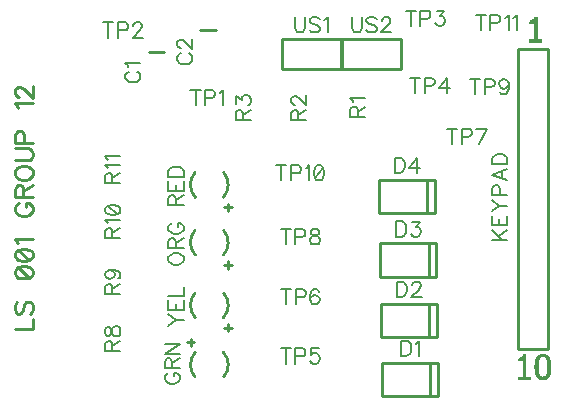
<source format=gbr>
G04 DipTrace 3.3.0.1*
G04 TopSilk.gbr*
%MOMM*%
G04 #@! TF.FileFunction,Legend,Top*
G04 #@! TF.Part,Single*
%ADD10C,0.25*%
%ADD12C,0.0762*%
%ADD53C,0.19608*%
%ADD54C,0.23529*%
%FSLAX35Y35*%
G04*
G71*
G90*
G75*
G01*
G04 TopSilk*
%LPD*%
X2265050Y4025067D2*
D10*
X2394950D1*
X2705050Y4205067D2*
X2834950D1*
X4241724Y1110000D2*
Y1390000D1*
X4246866D2*
X4717134D1*
X4650277Y1110000D2*
Y1390000D1*
X4717134Y1110000D2*
Y1390000D1*
X4246866Y1110000D2*
X4717134D1*
X4231724Y1610000D2*
Y1890000D1*
X4236866D2*
X4707134D1*
X4640277Y1610000D2*
Y1890000D1*
X4707134Y1610000D2*
Y1890000D1*
X4236866Y1610000D2*
X4707134D1*
X4227724Y2120000D2*
Y2400000D1*
X4232866D2*
X4703134D1*
X4636277Y2120000D2*
Y2400000D1*
X4703134Y2120000D2*
Y2400000D1*
X4232866Y2120000D2*
X4703134D1*
X4217724Y2660000D2*
Y2940000D1*
X4222866D2*
X4693134D1*
X4626277Y2660000D2*
Y2940000D1*
X4693134Y2660000D2*
Y2940000D1*
X4222866Y2660000D2*
X4693134D1*
X2658093Y1269977D2*
G02X2660967Y1478833I119642J102802D01*
G01*
X2901936Y1269977D2*
G03X2899026Y1478833I-119731J102781D01*
G01*
X2589500Y1563513D2*
X2653011D1*
X2621255Y1531737D2*
Y1595247D1*
X5392888Y4050212D2*
X5647093D1*
Y1510111D1*
X5392888D1*
Y4050212D1*
X2901907Y2510023D2*
G02X2899033Y2301167I-119642J-102802D01*
G01*
X2658064Y2510023D2*
G03X2660974Y2301167I119731J-102781D01*
G01*
X2970500Y2216487D2*
X2906989D1*
X2938745Y2248263D2*
Y2184753D1*
X2901907Y3000023D2*
G02X2899033Y2791167I-119642J-102802D01*
G01*
X2658064Y3000023D2*
G03X2660974Y2791167I119731J-102781D01*
G01*
X2970500Y2706487D2*
X2906989D1*
X2938745Y2738263D2*
Y2674753D1*
X3399093Y3876110D2*
X3891167D1*
Y4129850D1*
X3399093D1*
Y3876110D1*
X3907093D2*
X4399167D1*
Y4129850D1*
X3907093D1*
Y3876110D1*
X2901907Y1980023D2*
G02X2899033Y1771167I-119642J-102802D01*
G01*
X2658064Y1980023D2*
G03X2660974Y1771167I119731J-102781D01*
G01*
X2970500Y1686487D2*
X2906989D1*
X2938745Y1718263D2*
Y1654753D1*
X5532397Y4319208D2*
D12*
X5551447D1*
X5532237Y4315398D2*
X5551447D1*
X5531600Y4311588D2*
X5551447D1*
X5530410Y4307778D2*
X5551447D1*
X5527268Y4303968D2*
X5551447D1*
X5522515Y4300158D2*
X5551447D1*
X5515337Y4296348D2*
X5551447D1*
X5506660Y4292538D2*
X5551447D1*
X5499199Y4288728D2*
X5551447D1*
X5493683Y4284918D2*
X5551447D1*
X5491989Y4281108D2*
X5551447D1*
X5491105Y4277298D2*
X5551447D1*
X5490709Y4273488D2*
X5551447D1*
X5528587Y4269678D2*
X5551447D1*
X5528587Y4265868D2*
X5551447D1*
X5528587Y4262058D2*
X5551447D1*
X5528587Y4258248D2*
X5551447D1*
X5528587Y4254438D2*
X5551447D1*
X5528587Y4250628D2*
X5551447D1*
X5528587Y4246818D2*
X5551447D1*
X5528587Y4243008D2*
X5551447D1*
X5528587Y4239198D2*
X5551447D1*
X5528587Y4235388D2*
X5551447D1*
X5528587Y4231578D2*
X5551447D1*
X5528587Y4227768D2*
X5551447D1*
X5528587Y4223958D2*
X5551447D1*
X5528587Y4220148D2*
X5551447D1*
X5528587Y4216338D2*
X5551447D1*
X5528587Y4212528D2*
X5551447D1*
X5528587Y4208718D2*
X5551447D1*
X5528587Y4204908D2*
X5551447D1*
X5528587Y4201098D2*
X5551447D1*
X5528587Y4197288D2*
X5551447D1*
X5528587Y4193478D2*
X5551447D1*
X5528587Y4189668D2*
X5551447D1*
X5528587Y4185858D2*
X5551447D1*
X5528587Y4182048D2*
X5551447D1*
X5528587Y4178238D2*
X5551447D1*
X5528587Y4174428D2*
X5551447D1*
X5528587Y4170618D2*
X5551447D1*
X5528587Y4166808D2*
X5551447D1*
X5528587Y4162998D2*
X5551447D1*
X5528587Y4159188D2*
X5551447D1*
X5528587Y4155378D2*
X5551447D1*
X5528587Y4151568D2*
X5551447D1*
X5528587Y4147758D2*
X5551447D1*
X5528587Y4143948D2*
X5551447D1*
X5528587Y4140138D2*
X5551447D1*
X5528587Y4136328D2*
X5551447D1*
X5528587Y4132518D2*
X5551447D1*
X5490487Y4128708D2*
X5589547D1*
X5490487Y4124898D2*
X5589547D1*
X5490487Y4121088D2*
X5589547D1*
X5490487Y4117278D2*
X5589547D1*
X5490487Y4113468D2*
X5589547D1*
X5490487Y4109658D2*
X5589547D1*
X5585927Y1466048D2*
X5616407D1*
X5437337Y1462238D2*
X5456387D1*
X5577297D2*
X5625037D1*
X5437177Y1458428D2*
X5456387D1*
X5570164D2*
X5632169D1*
X5436540Y1454618D2*
X5456387D1*
X5564525D2*
X5637794D1*
X5435350Y1450808D2*
X5456387D1*
X5559865D2*
X5642334D1*
X5432208Y1446998D2*
X5456387D1*
X5555822D2*
X5646011D1*
X5427455Y1443188D2*
X5456387D1*
X5552368D2*
X5586690D1*
X5612292D2*
X5648919D1*
X5420277Y1439378D2*
X5456387D1*
X5549566D2*
X5580786D1*
X5618771D2*
X5651305D1*
X5411600Y1435568D2*
X5456387D1*
X5547333D2*
X5576201D1*
X5623796D2*
X5653408D1*
X5404139Y1431758D2*
X5456387D1*
X5545594D2*
X5572833D1*
X5627415D2*
X5655275D1*
X5398623Y1427948D2*
X5456387D1*
X5544174D2*
X5570352D1*
X5630121D2*
X5656848D1*
X5396929Y1424138D2*
X5456387D1*
X5542800D2*
X5568513D1*
X5632250D2*
X5658200D1*
X5396045Y1420328D2*
X5456387D1*
X5541607D2*
X5567054D1*
X5633927D2*
X5659548D1*
X5395649Y1416518D2*
X5456387D1*
X5540727D2*
X5565667D1*
X5635319D2*
X5660717D1*
X5433527Y1412708D2*
X5456387D1*
X5539857D2*
X5564484D1*
X5636680D2*
X5661474D1*
X5433527Y1408898D2*
X5456387D1*
X5538772D2*
X5563737D1*
X5637854D2*
X5661991D1*
X5433527Y1405088D2*
X5456387D1*
X5537725D2*
X5563337D1*
X5638598D2*
X5662649D1*
X5433527Y1401278D2*
X5456387D1*
X5537033D2*
X5563030D1*
X5638982D2*
X5663632D1*
X5433527Y1397468D2*
X5456387D1*
X5536670D2*
X5562474D1*
X5639154D2*
X5664636D1*
X5433527Y1393658D2*
X5456387D1*
X5536505D2*
X5561535D1*
X5639225D2*
X5665310D1*
X5433527Y1389848D2*
X5456387D1*
X5536422D2*
X5560548D1*
X5639252D2*
X5665667D1*
X5433527Y1386038D2*
X5456387D1*
X5536262D2*
X5559880D1*
X5639262D2*
X5665829D1*
X5433527Y1382228D2*
X5456387D1*
X5535767D2*
X5559526D1*
X5639280D2*
X5665896D1*
X5433527Y1378418D2*
X5456387D1*
X5534851D2*
X5559364D1*
X5639415D2*
X5665922D1*
X5433527Y1374608D2*
X5456387D1*
X5533873D2*
X5559297D1*
X5639901D2*
X5665932D1*
X5433527Y1370798D2*
X5456387D1*
X5533209D2*
X5559271D1*
X5640813D2*
X5665935D1*
X5433527Y1366988D2*
X5456387D1*
X5532855D2*
X5559262D1*
X5641790D2*
X5665936D1*
X5433527Y1363178D2*
X5456387D1*
X5532694D2*
X5559258D1*
X5642455D2*
X5665936D1*
X5433527Y1359368D2*
X5456387D1*
X5532627D2*
X5559257D1*
X5642793D2*
X5665937D1*
X5433527Y1355558D2*
X5456387D1*
X5532601D2*
X5559257D1*
X5642821D2*
X5665937D1*
X5433527Y1351748D2*
X5456387D1*
X5532606D2*
X5559257D1*
X5642402D2*
X5665937D1*
X5433527Y1347938D2*
X5456387D1*
X5532737D2*
X5559257D1*
X5641515D2*
X5665937D1*
X5433527Y1344128D2*
X5456387D1*
X5533222D2*
X5559257D1*
X5640548D2*
X5665937D1*
X5433527Y1340318D2*
X5456387D1*
X5534134D2*
X5559257D1*
X5639887D2*
X5665937D1*
X5433527Y1336508D2*
X5456387D1*
X5535110D2*
X5559257D1*
X5639535D2*
X5665937D1*
X5433527Y1332698D2*
X5456387D1*
X5535775D2*
X5559272D1*
X5639373D2*
X5665937D1*
X5433527Y1328888D2*
X5456387D1*
X5536128D2*
X5559405D1*
X5639307D2*
X5665922D1*
X5433527Y1325078D2*
X5456387D1*
X5536290D2*
X5559891D1*
X5639281D2*
X5665788D1*
X5433527Y1321268D2*
X5456387D1*
X5536372D2*
X5560804D1*
X5639272D2*
X5665302D1*
X5433527Y1317458D2*
X5456387D1*
X5536531D2*
X5561780D1*
X5639253D2*
X5664390D1*
X5433527Y1313648D2*
X5456387D1*
X5537026D2*
X5562460D1*
X5639118D2*
X5663413D1*
X5433527Y1309838D2*
X5456387D1*
X5537942D2*
X5562947D1*
X5638632D2*
X5662734D1*
X5433527Y1306028D2*
X5456387D1*
X5538935D2*
X5563594D1*
X5637705D2*
X5662246D1*
X5433527Y1302218D2*
X5456387D1*
X5539734D2*
X5564588D1*
X5636594D2*
X5661599D1*
X5433527Y1298408D2*
X5456387D1*
X5540573D2*
X5565725D1*
X5635429D2*
X5660605D1*
X5433527Y1294598D2*
X5456387D1*
X5541662D2*
X5566899D1*
X5634029D2*
X5659468D1*
X5433527Y1290788D2*
X5456387D1*
X5542839D2*
X5568317D1*
X5632376D2*
X5658294D1*
X5433527Y1286978D2*
X5456387D1*
X5544030D2*
X5570106D1*
X5630434D2*
X5656891D1*
X5433527Y1283168D2*
X5456387D1*
X5545454D2*
X5572623D1*
X5627720D2*
X5655251D1*
X5433527Y1279358D2*
X5456387D1*
X5547230D2*
X5575973D1*
X5624081D2*
X5653458D1*
X5433527Y1275548D2*
X5456387D1*
X5549509D2*
X5585190D1*
X5614214D2*
X5651468D1*
X5395427Y1271738D2*
X5494487D1*
X5552412D2*
X5599244D1*
X5599668D2*
X5649085D1*
X5395427Y1267928D2*
X5494487D1*
X5555787D2*
X5646123D1*
X5395427Y1264118D2*
X5494487D1*
X5559562D2*
X5642583D1*
X5395427Y1260308D2*
X5494487D1*
X5564071D2*
X5638186D1*
X5395427Y1256498D2*
X5494487D1*
X5569973D2*
X5632332D1*
X5395427Y1252688D2*
X5494487D1*
X5577510D2*
X5624813D1*
X5585927Y1248878D2*
X5616407D1*
X5532397Y4319208D2*
X5532237Y4315398D1*
X5531600Y4311588D1*
X5530410Y4307778D1*
X5527268Y4303968D1*
X5522515Y4300158D1*
X5515337Y4296348D1*
X5506660Y4292538D1*
X5499199Y4288728D1*
X5493683Y4284918D1*
X5491989Y4281108D1*
X5491105Y4277298D1*
X5490709Y4273488D1*
X5490487Y4269678D1*
X5528587D1*
Y4265868D1*
Y4262058D1*
Y4258248D1*
Y4254438D1*
Y4250628D1*
Y4246818D1*
Y4243008D1*
Y4239198D1*
Y4235388D1*
Y4231578D1*
Y4227768D1*
Y4223958D1*
Y4220148D1*
Y4216338D1*
Y4212528D1*
Y4208718D1*
Y4204908D1*
Y4201098D1*
Y4197288D1*
Y4193478D1*
Y4189668D1*
Y4185858D1*
Y4182048D1*
Y4178238D1*
Y4174428D1*
Y4170618D1*
Y4166808D1*
Y4162998D1*
Y4159188D1*
Y4155378D1*
Y4151568D1*
Y4147758D1*
Y4143948D1*
Y4140138D1*
Y4136328D1*
Y4132518D1*
Y4128708D1*
X5490487D1*
Y4124898D1*
Y4121088D1*
Y4117278D1*
Y4113468D1*
Y4109658D1*
X5551447Y4319208D2*
Y4315398D1*
Y4311588D1*
Y4307778D1*
Y4303968D1*
Y4300158D1*
Y4296348D1*
Y4292538D1*
Y4288728D1*
Y4284918D1*
Y4281108D1*
Y4277298D1*
Y4273488D1*
Y4269678D1*
Y4265868D1*
Y4262058D1*
Y4258248D1*
Y4254438D1*
Y4250628D1*
Y4246818D1*
Y4243008D1*
Y4239198D1*
Y4235388D1*
Y4231578D1*
Y4227768D1*
Y4223958D1*
Y4220148D1*
Y4216338D1*
Y4212528D1*
Y4208718D1*
Y4204908D1*
Y4201098D1*
Y4197288D1*
Y4193478D1*
Y4189668D1*
Y4185858D1*
Y4182048D1*
Y4178238D1*
Y4174428D1*
Y4170618D1*
Y4166808D1*
Y4162998D1*
Y4159188D1*
Y4155378D1*
Y4151568D1*
Y4147758D1*
Y4143948D1*
Y4140138D1*
Y4136328D1*
Y4132518D1*
Y4128708D1*
X5589547D1*
Y4124898D1*
Y4121088D1*
Y4117278D1*
Y4113468D1*
Y4109658D1*
X5585927Y1466048D2*
X5577297Y1462238D1*
X5570164Y1458428D1*
X5564525Y1454618D1*
X5559865Y1450808D1*
X5555822Y1446998D1*
X5552368Y1443188D1*
X5549566Y1439378D1*
X5547333Y1435568D1*
X5545594Y1431758D1*
X5544174Y1427948D1*
X5542800Y1424138D1*
X5541607Y1420328D1*
X5540727Y1416518D1*
X5539857Y1412708D1*
X5538772Y1408898D1*
X5537725Y1405088D1*
X5537033Y1401278D1*
X5536670Y1397468D1*
X5536505Y1393658D1*
X5536422Y1389848D1*
X5536262Y1386038D1*
X5535767Y1382228D1*
X5534851Y1378418D1*
X5533873Y1374608D1*
X5533209Y1370798D1*
X5532855Y1366988D1*
X5532694Y1363178D1*
X5532627Y1359368D1*
X5532601Y1355558D1*
X5532606Y1351748D1*
X5532737Y1347938D1*
X5533222Y1344128D1*
X5534134Y1340318D1*
X5535110Y1336508D1*
X5535775Y1332698D1*
X5536128Y1328888D1*
X5536290Y1325078D1*
X5536372Y1321268D1*
X5536531Y1317458D1*
X5537026Y1313648D1*
X5537942Y1309838D1*
X5538935Y1306028D1*
X5539734Y1302218D1*
X5540573Y1298408D1*
X5541662Y1294598D1*
X5542839Y1290788D1*
X5544030Y1286978D1*
X5545454Y1283168D1*
X5547230Y1279358D1*
X5549509Y1275548D1*
X5552412Y1271738D1*
X5555787Y1267928D1*
X5559562Y1264118D1*
X5564071Y1260308D1*
X5569973Y1256498D1*
X5577510Y1252688D1*
X5585927Y1248878D1*
X5616407Y1466048D2*
X5625037Y1462238D1*
X5632169Y1458428D1*
X5637794Y1454618D1*
X5642334Y1450808D1*
X5646011Y1446998D1*
X5648919Y1443188D1*
X5651305Y1439378D1*
X5653408Y1435568D1*
X5655275Y1431758D1*
X5656848Y1427948D1*
X5658200Y1424138D1*
X5659548Y1420328D1*
X5660717Y1416518D1*
X5661474Y1412708D1*
X5661991Y1408898D1*
X5662649Y1405088D1*
X5663632Y1401278D1*
X5664636Y1397468D1*
X5665310Y1393658D1*
X5665667Y1389848D1*
X5665829Y1386038D1*
X5665896Y1382228D1*
X5665922Y1378418D1*
X5665932Y1374608D1*
X5665935Y1370798D1*
X5665936Y1366988D1*
Y1363178D1*
X5665937Y1359368D1*
Y1355558D1*
Y1351748D1*
Y1347938D1*
Y1344128D1*
Y1340318D1*
Y1336508D1*
Y1332698D1*
X5665922Y1328888D1*
X5665788Y1325078D1*
X5665302Y1321268D1*
X5664390Y1317458D1*
X5663413Y1313648D1*
X5662734Y1309838D1*
X5662246Y1306028D1*
X5661599Y1302218D1*
X5660605Y1298408D1*
X5659468Y1294598D1*
X5658294Y1290788D1*
X5656891Y1286978D1*
X5655251Y1283168D1*
X5653458Y1279358D1*
X5651468Y1275548D1*
X5649085Y1271738D1*
X5646123Y1267928D1*
X5642583Y1264118D1*
X5638186Y1260308D1*
X5632332Y1256498D1*
X5624813Y1252688D1*
X5616407Y1248878D1*
X5437337Y1462238D2*
X5437177Y1458428D1*
X5436540Y1454618D1*
X5435350Y1450808D1*
X5432208Y1446998D1*
X5427455Y1443188D1*
X5420277Y1439378D1*
X5411600Y1435568D1*
X5404139Y1431758D1*
X5398623Y1427948D1*
X5396929Y1424138D1*
X5396045Y1420328D1*
X5395649Y1416518D1*
X5395427Y1412708D1*
X5433527D1*
Y1408898D1*
Y1405088D1*
Y1401278D1*
Y1397468D1*
Y1393658D1*
Y1389848D1*
Y1386038D1*
Y1382228D1*
Y1378418D1*
Y1374608D1*
Y1370798D1*
Y1366988D1*
Y1363178D1*
Y1359368D1*
Y1355558D1*
Y1351748D1*
Y1347938D1*
Y1344128D1*
Y1340318D1*
Y1336508D1*
Y1332698D1*
Y1328888D1*
Y1325078D1*
Y1321268D1*
Y1317458D1*
Y1313648D1*
Y1309838D1*
Y1306028D1*
Y1302218D1*
Y1298408D1*
Y1294598D1*
Y1290788D1*
Y1286978D1*
Y1283168D1*
Y1279358D1*
Y1275548D1*
Y1271738D1*
X5395427D1*
Y1267928D1*
Y1264118D1*
Y1260308D1*
Y1256498D1*
Y1252688D1*
X5456387Y1462238D2*
Y1458428D1*
Y1454618D1*
Y1450808D1*
Y1446998D1*
Y1443188D1*
Y1439378D1*
Y1435568D1*
Y1431758D1*
Y1427948D1*
Y1424138D1*
Y1420328D1*
Y1416518D1*
Y1412708D1*
Y1408898D1*
Y1405088D1*
Y1401278D1*
Y1397468D1*
Y1393658D1*
Y1389848D1*
Y1386038D1*
Y1382228D1*
Y1378418D1*
Y1374608D1*
Y1370798D1*
Y1366988D1*
Y1363178D1*
Y1359368D1*
Y1355558D1*
Y1351748D1*
Y1347938D1*
Y1344128D1*
Y1340318D1*
Y1336508D1*
Y1332698D1*
Y1328888D1*
Y1325078D1*
Y1321268D1*
Y1317458D1*
Y1313648D1*
Y1309838D1*
Y1306028D1*
Y1302218D1*
Y1298408D1*
Y1294598D1*
Y1290788D1*
Y1286978D1*
Y1283168D1*
Y1279358D1*
Y1275548D1*
Y1271738D1*
X5494487D1*
Y1267928D1*
Y1264118D1*
Y1260308D1*
Y1256498D1*
Y1252688D1*
X5593547Y1446998D2*
X5586690Y1443188D1*
X5580786Y1439378D1*
X5576201Y1435568D1*
X5572833Y1431758D1*
X5570352Y1427948D1*
X5568513Y1424138D1*
X5567054Y1420328D1*
X5565667Y1416518D1*
X5564484Y1412708D1*
X5563737Y1408898D1*
X5563337Y1405088D1*
X5563030Y1401278D1*
X5562474Y1397468D1*
X5561535Y1393658D1*
X5560548Y1389848D1*
X5559880Y1386038D1*
X5559526Y1382228D1*
X5559364Y1378418D1*
X5559297Y1374608D1*
X5559271Y1370798D1*
X5559262Y1366988D1*
X5559258Y1363178D1*
X5559257Y1359368D1*
Y1355558D1*
Y1351748D1*
Y1347938D1*
Y1344128D1*
Y1340318D1*
Y1336508D1*
X5559272Y1332698D1*
X5559405Y1328888D1*
X5559891Y1325078D1*
X5560804Y1321268D1*
X5561780Y1317458D1*
X5562460Y1313648D1*
X5562947Y1309838D1*
X5563594Y1306028D1*
X5564588Y1302218D1*
X5565725Y1298408D1*
X5566899Y1294598D1*
X5568317Y1290788D1*
X5570106Y1286978D1*
X5572623Y1283168D1*
X5575973Y1279358D1*
X5585190Y1275548D1*
X5599244Y1271738D1*
X5616407Y1267928D1*
X5604977Y1446998D2*
X5612292Y1443188D1*
X5618771Y1439378D1*
X5623796Y1435568D1*
X5627415Y1431758D1*
X5630121Y1427948D1*
X5632250Y1424138D1*
X5633927Y1420328D1*
X5635319Y1416518D1*
X5636680Y1412708D1*
X5637854Y1408898D1*
X5638598Y1405088D1*
X5638982Y1401278D1*
X5639154Y1397468D1*
X5639225Y1393658D1*
X5639252Y1389848D1*
X5639262Y1386038D1*
X5639280Y1382228D1*
X5639415Y1378418D1*
X5639901Y1374608D1*
X5640813Y1370798D1*
X5641790Y1366988D1*
X5642455Y1363178D1*
X5642793Y1359368D1*
X5642821Y1355558D1*
X5642402Y1351748D1*
X5641515Y1347938D1*
X5640548Y1344128D1*
X5639887Y1340318D1*
X5639535Y1336508D1*
X5639373Y1332698D1*
X5639307Y1328888D1*
X5639281Y1325078D1*
X5639272Y1321268D1*
X5639253Y1317458D1*
X5639118Y1313648D1*
X5638632Y1309838D1*
X5637705Y1306028D1*
X5636594Y1302218D1*
X5635429Y1298408D1*
X5634029Y1294598D1*
X5632376Y1290788D1*
X5630434Y1286978D1*
X5627720Y1283168D1*
X5624081Y1279358D1*
X5614214Y1275548D1*
X5599668Y1271738D1*
X5582117Y1267928D1*
X2099337Y3855749D2*
D53*
X2087264Y3849712D1*
X2075050Y3837499D1*
X2069013Y3825426D1*
Y3801139D1*
X2075050Y3788926D1*
X2087263Y3776853D1*
X2099336Y3770676D1*
X2117586Y3764639D1*
X2148050D1*
X2166160Y3770676D1*
X2178373Y3776853D1*
X2190446Y3788926D1*
X2196623Y3801139D1*
Y3825426D1*
X2190446Y3837499D1*
X2178373Y3849712D1*
X2166160Y3855749D1*
X2093440Y3894964D2*
X2087264Y3907178D1*
X2069154Y3925428D1*
X2196623D1*
X2539337Y4008444D2*
X2527264Y4002407D1*
X2515050Y3990194D1*
X2509013Y3978121D1*
Y3953834D1*
X2515050Y3941621D1*
X2527263Y3929548D1*
X2539336Y3923371D1*
X2557586Y3917334D1*
X2588050D1*
X2606160Y3923371D1*
X2618373Y3929548D1*
X2630446Y3941621D1*
X2636623Y3953834D1*
Y3978121D1*
X2630446Y3990194D1*
X2618373Y4002407D1*
X2606160Y4008444D1*
X2539477Y4053837D2*
X2533440D1*
X2521227Y4059873D1*
X2515190Y4065910D1*
X2509154Y4078123D1*
Y4102410D1*
X2515190Y4114483D1*
X2521227Y4120519D1*
X2533440Y4126696D1*
X2545514D1*
X2557727Y4120519D1*
X2575837Y4108446D1*
X2636623Y4047659D1*
Y4132733D1*
X4404624Y1575987D2*
Y1448377D1*
X4447160D1*
X4465410Y1454554D1*
X4477624Y1466627D1*
X4483660Y1478840D1*
X4489697Y1496950D1*
Y1527414D1*
X4483660Y1545664D1*
X4477624Y1557737D1*
X4465410Y1569950D1*
X4447160Y1575987D1*
X4404624D1*
X4528913Y1551560D2*
X4541126Y1557737D1*
X4559376Y1575846D1*
Y1448377D1*
X4367319Y2075987D2*
Y1948377D1*
X4409856D1*
X4428106Y1954554D1*
X4440319Y1966627D1*
X4446356Y1978840D1*
X4452392Y1996950D1*
Y2027414D1*
X4446356Y2045664D1*
X4440319Y2057737D1*
X4428106Y2069950D1*
X4409856Y2075987D1*
X4367319D1*
X4497785Y2045523D2*
Y2051560D1*
X4503821Y2063773D1*
X4509858Y2069810D1*
X4522071Y2075846D1*
X4546358D1*
X4558431Y2069810D1*
X4564467Y2063773D1*
X4570644Y2051560D1*
Y2039487D1*
X4564467Y2027273D1*
X4552394Y2009164D1*
X4491608Y1948377D1*
X4576681D1*
X4363319Y2585987D2*
Y2458377D1*
X4405856D1*
X4424106Y2464554D1*
X4436319Y2476627D1*
X4442356Y2488840D1*
X4448392Y2506950D1*
Y2537414D1*
X4442356Y2555664D1*
X4436319Y2567737D1*
X4424106Y2579950D1*
X4405856Y2585987D1*
X4363319D1*
X4499821Y2585846D2*
X4566504D1*
X4530144Y2537273D1*
X4548394D1*
X4560467Y2531237D1*
X4566504Y2525200D1*
X4572681Y2506950D1*
Y2494877D1*
X4566504Y2476627D1*
X4554431Y2464414D1*
X4536181Y2458377D1*
X4517931D1*
X4499821Y2464414D1*
X4493785Y2470590D1*
X4487608Y2482664D1*
X4350301Y3125987D2*
Y2998377D1*
X4392837D1*
X4411087Y3004554D1*
X4423301Y3016627D1*
X4429337Y3028840D1*
X4435374Y3046950D1*
Y3077414D1*
X4429337Y3095664D1*
X4423301Y3107737D1*
X4411087Y3119950D1*
X4392837Y3125987D1*
X4350301D1*
X4535376Y2998377D2*
Y3125846D1*
X4474590Y3040914D1*
X4565699D1*
X2433837Y1304390D2*
X2421763Y1298353D1*
X2409550Y1286140D1*
X2403513Y1274067D1*
Y1249780D1*
X2409550Y1237567D1*
X2421763Y1225494D1*
X2433836Y1219317D1*
X2452086Y1213280D1*
X2482550D1*
X2500659Y1219317D1*
X2512873Y1225494D1*
X2524946Y1237567D1*
X2531123Y1249780D1*
Y1274066D1*
X2524946Y1286139D1*
X2512873Y1298353D1*
X2500660Y1304390D1*
X2482550D1*
Y1274067D1*
X2464300Y1343605D2*
Y1398215D1*
X2458123Y1416465D1*
X2452087Y1422642D1*
X2440013Y1428678D1*
X2427800D1*
X2415727Y1422642D1*
X2409550Y1416465D1*
X2403513Y1398215D1*
Y1343605D1*
X2531123D1*
X2464300Y1386142D2*
X2531123Y1428678D1*
X2403513Y1552967D2*
X2531123D1*
X2403513Y1467894D1*
X2531123D1*
X5175150Y2430060D2*
X5302760D1*
X5175150Y2515133D2*
X5260223Y2430060D1*
X5229760Y2460383D2*
X5302760Y2515133D1*
X5175150Y2633245D2*
Y2554349D1*
X5302760D1*
Y2633245D1*
X5235937Y2554349D2*
Y2602922D1*
X5175150Y2672461D2*
X5235937Y2721034D1*
X5302760D1*
X5175150Y2769607D2*
X5235937Y2721034D1*
X5241973Y2808823D2*
Y2863573D1*
X5235937Y2881682D1*
X5229760Y2887859D1*
X5217687Y2893896D1*
X5199437D1*
X5187364Y2887859D1*
X5181187Y2881682D1*
X5175150Y2863573D1*
Y2808823D1*
X5302760D1*
Y3030398D2*
X5175150Y2981684D1*
X5302760Y2933111D1*
X5260223Y2951361D2*
Y3012148D1*
X5175150Y3069614D2*
X5302760D1*
Y3112150D1*
X5296583Y3130400D1*
X5284510Y3142614D1*
X5272296Y3148650D1*
X5254187Y3154687D1*
X5223723D1*
X5205473Y3148650D1*
X5193400Y3142614D1*
X5181187Y3130400D1*
X5175150Y3112150D1*
Y3069614D1*
X2434013Y2257497D2*
X2440050Y2245283D1*
X2452263Y2233210D1*
X2464336Y2227033D1*
X2482586Y2220997D1*
X2513050D1*
X2531159Y2227033D1*
X2543373Y2233210D1*
X2555446Y2245283D1*
X2561623Y2257497D1*
Y2281783D1*
X2555446Y2293856D1*
X2543373Y2306070D1*
X2531160Y2312106D1*
X2513050Y2318143D1*
X2482587D1*
X2464337Y2312106D1*
X2452263Y2306070D1*
X2440050Y2293856D1*
X2434013Y2281783D1*
Y2257497D1*
X2494800Y2357359D2*
Y2411968D1*
X2488623Y2430218D1*
X2482587Y2436395D1*
X2470513Y2442432D1*
X2458300D1*
X2446227Y2436395D1*
X2440050Y2430218D1*
X2434013Y2411968D1*
Y2357359D1*
X2561623Y2357358D1*
X2494800Y2399895D2*
X2561623Y2442431D1*
X2464336Y2572757D2*
X2452263Y2566720D1*
X2440050Y2554507D1*
X2434013Y2542434D1*
Y2518147D1*
X2440050Y2505934D1*
X2452263Y2493861D1*
X2464337Y2487684D1*
X2482587Y2481647D1*
X2513050D1*
X2531160Y2487684D1*
X2543373Y2493861D1*
X2555446Y2505934D1*
X2561623Y2518147D1*
Y2542434D1*
X2555446Y2554507D1*
X2543373Y2566720D1*
X2531160Y2572757D1*
X2513050D1*
Y2542434D1*
X4034800Y3472624D2*
Y3527234D1*
X4028623Y3545484D1*
X4022587Y3551661D1*
X4010514Y3557697D1*
X3998300D1*
X3986227Y3551661D1*
X3980050Y3545484D1*
X3974013Y3527234D1*
Y3472624D1*
X4101623D1*
X4034800Y3515161D2*
X4101623Y3557697D1*
X3998440Y3596913D2*
X3992264Y3609126D1*
X3974154Y3627376D1*
X4101623D1*
X3534800Y3445319D2*
Y3499929D1*
X3528623Y3518179D1*
X3522587Y3524356D1*
X3510514Y3530392D1*
X3498300D1*
X3486227Y3524356D1*
X3480050Y3518179D1*
X3474013Y3499929D1*
Y3445319D1*
X3601623D1*
X3534800Y3487856D2*
X3601623Y3530392D1*
X3504477Y3575785D2*
X3498440D1*
X3486227Y3581822D1*
X3480190Y3587858D1*
X3474154Y3600071D1*
Y3624358D1*
X3480190Y3636431D1*
X3486227Y3642468D1*
X3498440Y3648645D1*
X3510514Y3648644D1*
X3522727Y3642468D1*
X3540837Y3630394D1*
X3601623Y3569608D1*
Y3654681D1*
X3064800Y3445319D2*
Y3499929D1*
X3058623Y3518179D1*
X3052587Y3524356D1*
X3040514Y3530392D1*
X3028300D1*
X3016227Y3524356D1*
X3010050Y3518179D1*
X3004013Y3499929D1*
Y3445319D1*
X3131623D1*
X3064800Y3487856D2*
X3131623Y3530392D1*
X3004154Y3581822D2*
Y3648504D1*
X3052727Y3612145D1*
Y3630394D1*
X3058764Y3642468D1*
X3064800Y3648504D1*
X3083050Y3654681D1*
X3095123D1*
X3113373Y3648504D1*
X3125587Y3636431D1*
X3131623Y3618181D1*
Y3599931D1*
X3125587Y3581821D1*
X3119410Y3575785D1*
X3107337Y3569608D1*
X1959800Y1490390D2*
Y1544999D1*
X1953623Y1563249D1*
X1947587Y1569426D1*
X1935514Y1575463D1*
X1923300D1*
X1911227Y1569426D1*
X1905050Y1563249D1*
X1899013Y1544999D1*
Y1490390D1*
X2026623D1*
X1959800Y1532926D2*
X2026623Y1575462D1*
X1899154Y1645001D2*
X1905190Y1626892D1*
X1917264Y1620715D1*
X1929477D1*
X1941550Y1626892D1*
X1947727Y1638965D1*
X1953764Y1663251D1*
X1959800Y1681501D1*
X1972014Y1693574D1*
X1984087Y1699611D1*
X2002337D1*
X2014410Y1693574D1*
X2020587Y1687538D1*
X2026623Y1669288D1*
Y1645001D1*
X2020587Y1626892D1*
X2014410Y1620715D1*
X2002337Y1614678D1*
X1984087D1*
X1972014Y1620715D1*
X1959800Y1632928D1*
X1953764Y1651038D1*
X1947727Y1675324D1*
X1941550Y1687538D1*
X1929477Y1693574D1*
X1917264D1*
X1905190Y1687538D1*
X1899154Y1669288D1*
Y1645001D1*
X1959800Y1973338D2*
Y2027947D1*
X1953623Y2046197D1*
X1947587Y2052374D1*
X1935514Y2058411D1*
X1923300D1*
X1911227Y2052374D1*
X1905050Y2046197D1*
X1899013Y2027947D1*
Y1973338D1*
X2026623D1*
X1959800Y2015874D2*
X2026623Y2058411D1*
X1941550Y2176663D2*
X1959800Y2170486D1*
X1972014Y2158413D1*
X1978050Y2140163D1*
Y2134126D1*
X1972014Y2115876D1*
X1959800Y2103803D1*
X1941550Y2097626D1*
X1935514D1*
X1917264Y2103803D1*
X1905190Y2115876D1*
X1899154Y2134126D1*
Y2140163D1*
X1905190Y2158413D1*
X1917264Y2170486D1*
X1941550Y2176663D1*
X1972014D1*
X2002337Y2170486D1*
X2020587Y2158413D1*
X2026623Y2140163D1*
Y2128090D1*
X2020587Y2109840D1*
X2008373Y2103803D1*
X1959800Y2445480D2*
Y2500089D1*
X1953623Y2518339D1*
X1947587Y2524516D1*
X1935514Y2530553D1*
X1923300D1*
X1911227Y2524516D1*
X1905050Y2518339D1*
X1899013Y2500089D1*
Y2445480D1*
X2026623D1*
X1959800Y2488016D2*
X2026623Y2530553D1*
X1923440Y2569768D2*
X1917264Y2581982D1*
X1899154Y2600232D1*
X2026623D1*
X1899154Y2675948D2*
X1905190Y2657698D1*
X1923440Y2645484D1*
X1953764Y2639448D1*
X1972014Y2639447D1*
X2002337Y2645484D1*
X2020587Y2657697D1*
X2026623Y2675947D1*
Y2688021D1*
X2020587Y2706271D1*
X2002337Y2718344D1*
X1972013Y2724521D1*
X1953764D1*
X1923440Y2718344D1*
X1905190Y2706271D1*
X1899154Y2688021D1*
Y2675948D1*
X1923440Y2718344D2*
X2002337Y2645484D1*
X1959800Y2912785D2*
Y2967394D1*
X1953623Y2985644D1*
X1947587Y2991821D1*
X1935514Y2997858D1*
X1923300D1*
X1911227Y2991821D1*
X1905050Y2985644D1*
X1899013Y2967394D1*
Y2912785D1*
X2026623D1*
X1959800Y2955321D2*
X2026623Y2997857D1*
X1923440Y3037073D2*
X1917264Y3049287D1*
X1899154Y3067537D1*
X2026623D1*
X1923440Y3106752D2*
X1917264Y3118966D1*
X1899154Y3137216D1*
X2026623D1*
X2494800Y2723140D2*
Y2777750D1*
X2488623Y2796000D1*
X2482587Y2802177D1*
X2470513Y2808213D1*
X2458300D1*
X2446227Y2802177D1*
X2440050Y2796000D1*
X2434013Y2777750D1*
Y2723140D1*
X2561623D1*
X2494800Y2765677D2*
X2561623Y2808213D1*
X2434013Y2926325D2*
Y2847429D1*
X2561623D1*
Y2926325D1*
X2494800Y2847429D2*
Y2896002D1*
X2434013Y2965541D2*
X2561623Y2965540D1*
Y3008077D1*
X2555446Y3026327D1*
X2543373Y3038540D1*
X2531160Y3044577D1*
X2513050Y3050614D1*
X2482586D1*
X2464337Y3044577D1*
X2452263Y3038540D1*
X2440050Y3026327D1*
X2434013Y3008077D1*
Y2965541D1*
X2663016Y3700987D2*
Y3573377D1*
X2620480Y3700987D2*
X2705553D1*
X2744768Y3634164D2*
X2799518D1*
X2817628Y3640200D1*
X2823805Y3646377D1*
X2829841Y3658450D1*
Y3676700D1*
X2823805Y3688773D1*
X2817628Y3694950D1*
X2799518Y3700987D1*
X2744768D1*
Y3573377D1*
X2869057Y3676560D2*
X2881270Y3682737D1*
X2899520Y3700846D1*
Y3573377D1*
X1925711Y4270987D2*
Y4143377D1*
X1883175Y4270987D2*
X1968248D1*
X2007463Y4204164D2*
X2062213D1*
X2080323Y4210200D1*
X2086500Y4216377D1*
X2092537Y4228450D1*
Y4246700D1*
X2086500Y4258773D1*
X2080323Y4264950D1*
X2062213Y4270987D1*
X2007463D1*
Y4143377D1*
X2137929Y4240523D2*
Y4246560D1*
X2143966Y4258773D1*
X2150002Y4264810D1*
X2162216Y4270846D1*
X2186502D1*
X2198575Y4264810D1*
X2204612Y4258773D1*
X2210789Y4246560D1*
Y4234487D1*
X2204612Y4222273D1*
X2192539Y4204164D1*
X2131752Y4143377D1*
X2216825D1*
X4485711Y4370987D2*
Y4243377D1*
X4443175Y4370987D2*
X4528248D1*
X4567463Y4304164D2*
X4622213D1*
X4640323Y4310200D1*
X4646500Y4316377D1*
X4652537Y4328450D1*
Y4346700D1*
X4646500Y4358773D1*
X4640323Y4364950D1*
X4622213Y4370987D1*
X4567463D1*
Y4243377D1*
X4703966Y4370846D2*
X4770648D1*
X4734289Y4322273D1*
X4752539D1*
X4764612Y4316237D1*
X4770648Y4310200D1*
X4776825Y4291950D1*
Y4279877D1*
X4770648Y4261627D1*
X4758575Y4249414D1*
X4740325Y4243377D1*
X4722075D1*
X4703966Y4249414D1*
X4697929Y4255590D1*
X4691752Y4267664D1*
X4522693Y3800987D2*
Y3673377D1*
X4480156Y3800987D2*
X4565230D1*
X4604445Y3734164D2*
X4659195D1*
X4677305Y3740200D1*
X4683482Y3746377D1*
X4689518Y3758450D1*
Y3776700D1*
X4683482Y3788773D1*
X4677305Y3794950D1*
X4659195Y3800987D1*
X4604445D1*
Y3673377D1*
X4789520D2*
Y3800846D1*
X4728734Y3715914D1*
X4819844D1*
X3425711Y1510987D2*
Y1383377D1*
X3383175Y1510987D2*
X3468248D1*
X3507463Y1444164D2*
X3562213D1*
X3580323Y1450200D1*
X3586500Y1456377D1*
X3592537Y1468450D1*
Y1486700D1*
X3586500Y1498773D1*
X3580323Y1504950D1*
X3562213Y1510987D1*
X3507463D1*
Y1383377D1*
X3704612Y1510846D2*
X3643966D1*
X3637929Y1456237D1*
X3643966Y1462273D1*
X3662216Y1468450D1*
X3680325D1*
X3698575Y1462273D1*
X3710789Y1450200D1*
X3716825Y1431950D1*
Y1419877D1*
X3710789Y1401627D1*
X3698575Y1389414D1*
X3680325Y1383377D1*
X3662216D1*
X3643966Y1389414D1*
X3637929Y1395590D1*
X3631752Y1407664D1*
X3428800Y2010987D2*
Y1883377D1*
X3386263Y2010987D2*
X3471336D1*
X3510552Y1944164D2*
X3565302D1*
X3583412Y1950200D1*
X3589588Y1956377D1*
X3595625Y1968450D1*
Y1986700D1*
X3589588Y1998773D1*
X3583412Y2004950D1*
X3565302Y2010987D1*
X3510552D1*
Y1883377D1*
X3707700Y1992737D2*
X3701664Y2004810D1*
X3683414Y2010846D1*
X3671341D1*
X3653091Y2004810D1*
X3640877Y1986560D1*
X3634841Y1956237D1*
Y1925914D1*
X3640877Y1901627D1*
X3653091Y1889414D1*
X3671341Y1883377D1*
X3677377D1*
X3695487Y1889414D1*
X3707700Y1901627D1*
X3713737Y1919877D1*
Y1925914D1*
X3707700Y1944164D1*
X3695487Y1956237D1*
X3677377Y1962273D1*
X3671341D1*
X3653091Y1956237D1*
X3640877Y1944164D1*
X3634841Y1925914D1*
X4835711Y3370987D2*
Y3243377D1*
X4793175Y3370987D2*
X4878248D1*
X4917463Y3304164D2*
X4972213D1*
X4990323Y3310200D1*
X4996500Y3316377D1*
X5002537Y3328450D1*
Y3346700D1*
X4996500Y3358773D1*
X4990323Y3364950D1*
X4972213Y3370987D1*
X4917463D1*
Y3243377D1*
X5066039D2*
X5126825Y3370846D1*
X5041752D1*
X3425781Y2520987D2*
Y2393377D1*
X3383245Y2520987D2*
X3468318D1*
X3507534Y2454164D2*
X3562284D1*
X3580393Y2460200D1*
X3586570Y2466377D1*
X3592607Y2478450D1*
Y2496700D1*
X3586570Y2508773D1*
X3580393Y2514950D1*
X3562284Y2520987D1*
X3507534D1*
Y2393377D1*
X3662145Y2520846D2*
X3644036Y2514810D1*
X3637859Y2502737D1*
Y2490523D1*
X3644036Y2478450D1*
X3656109Y2472273D1*
X3680395Y2466237D1*
X3698645Y2460200D1*
X3710719Y2447987D1*
X3716755Y2435914D1*
Y2417664D1*
X3710719Y2405590D1*
X3704682Y2399414D1*
X3686432Y2393377D1*
X3662145D1*
X3644036Y2399414D1*
X3637859Y2405590D1*
X3631822Y2417664D1*
Y2435914D1*
X3637859Y2447987D1*
X3650072Y2460200D1*
X3668182Y2466237D1*
X3692469Y2472273D1*
X3704682Y2478450D1*
X3710719Y2490523D1*
Y2502737D1*
X3704682Y2514810D1*
X3686432Y2520846D1*
X3662145D1*
X5028730Y3790987D2*
Y3663377D1*
X4986193Y3790987D2*
X5071266D1*
X5110482Y3724164D2*
X5165232D1*
X5183341Y3730200D1*
X5189518Y3736377D1*
X5195555Y3748450D1*
Y3766700D1*
X5189518Y3778773D1*
X5183341Y3784950D1*
X5165232Y3790987D1*
X5110482D1*
Y3663377D1*
X5313807Y3748450D2*
X5307630Y3730200D1*
X5295557Y3717987D1*
X5277307Y3711950D1*
X5271270D1*
X5253020Y3717987D1*
X5240947Y3730200D1*
X5234770Y3748450D1*
Y3754487D1*
X5240947Y3772737D1*
X5253020Y3784810D1*
X5271270Y3790846D1*
X5277307D1*
X5295557Y3784810D1*
X5307630Y3772737D1*
X5313807Y3748450D1*
Y3717987D1*
X5307630Y3687664D1*
X5295557Y3669414D1*
X5277307Y3663377D1*
X5265234D1*
X5246984Y3669414D1*
X5240947Y3681627D1*
X3390872Y3060987D2*
Y2933377D1*
X3348335Y3060987D2*
X3433408D1*
X3472624Y2994164D2*
X3527374D1*
X3545484Y3000200D1*
X3551660Y3006377D1*
X3557697Y3018450D1*
Y3036700D1*
X3551660Y3048773D1*
X3545484Y3054950D1*
X3527374Y3060987D1*
X3472624D1*
Y2933377D1*
X3596913Y3036560D2*
X3609126Y3042737D1*
X3627376Y3060846D1*
Y2933377D1*
X3703092Y3060846D2*
X3684842Y3054810D1*
X3672628Y3036560D1*
X3666592Y3006237D1*
Y2987987D1*
X3672628Y2957664D1*
X3684842Y2939414D1*
X3703092Y2933377D1*
X3715165D1*
X3733415Y2939414D1*
X3745488Y2957664D1*
X3751665Y2987987D1*
Y3006237D1*
X3745488Y3036560D1*
X3733415Y3054810D1*
X3715165Y3060846D1*
X3703092D1*
X3745488Y3036560D2*
X3672628Y2957664D1*
X5078176Y4333987D2*
Y4206377D1*
X5035640Y4333987D2*
X5120713D1*
X5159929Y4267164D2*
X5214679D1*
X5232788Y4273200D1*
X5238965Y4279377D1*
X5245002Y4291450D1*
Y4309700D1*
X5238965Y4321773D1*
X5232788Y4327950D1*
X5214679Y4333987D1*
X5159929D1*
Y4206377D1*
X5284217Y4309560D2*
X5296431Y4315737D1*
X5314681Y4333846D1*
Y4206377D1*
X5353897Y4309560D2*
X5366110Y4315737D1*
X5384360Y4333846D1*
Y4206377D1*
X3505610Y4315837D2*
Y4224727D1*
X3511646Y4206477D1*
X3523860Y4194404D1*
X3542110Y4188227D1*
X3554183D1*
X3572433Y4194404D1*
X3584646Y4206477D1*
X3590683Y4224727D1*
Y4315837D1*
X3714971Y4297587D2*
X3702898Y4309800D1*
X3684648Y4315837D1*
X3660362D1*
X3642112Y4309800D1*
X3629898Y4297587D1*
Y4285514D1*
X3636075Y4273300D1*
X3642112Y4267264D1*
X3654185Y4261227D1*
X3690685Y4249014D1*
X3702898Y4242977D1*
X3708935Y4236800D1*
X3714971Y4224727D1*
Y4206477D1*
X3702898Y4194404D1*
X3684648Y4188227D1*
X3660362D1*
X3642112Y4194404D1*
X3629898Y4206477D1*
X3754187Y4291410D2*
X3766400Y4297587D1*
X3784650Y4315696D1*
Y4188227D1*
X3986305Y4315837D2*
Y4224727D1*
X3992341Y4206477D1*
X4004555Y4194404D1*
X4022805Y4188227D1*
X4034878D1*
X4053128Y4194404D1*
X4065341Y4206477D1*
X4071378Y4224727D1*
Y4315837D1*
X4195667Y4297587D2*
X4183593Y4309800D1*
X4165343Y4315837D1*
X4141057D1*
X4122807Y4309800D1*
X4110593Y4297587D1*
Y4285514D1*
X4116770Y4273300D1*
X4122807Y4267264D1*
X4134880Y4261227D1*
X4171380Y4249014D1*
X4183593Y4242977D1*
X4189630Y4236800D1*
X4195667Y4224727D1*
Y4206477D1*
X4183593Y4194404D1*
X4165343Y4188227D1*
X4141057D1*
X4122807Y4194404D1*
X4110593Y4206477D1*
X4241059Y4285373D2*
Y4291410D1*
X4247096Y4303623D1*
X4253132Y4309660D1*
X4265346Y4315696D1*
X4289632D1*
X4301705Y4309660D1*
X4307742Y4303623D1*
X4313919Y4291410D1*
Y4279337D1*
X4307742Y4267123D1*
X4295669Y4249014D1*
X4234882Y4188227D1*
X4319955D1*
X2434013Y1703210D2*
X2494800Y1751783D1*
X2561623D1*
X2434013Y1800356D2*
X2494800Y1751783D1*
X2434013Y1918468D2*
Y1839572D1*
X2561623D1*
Y1918468D1*
X2494800Y1839572D2*
Y1888145D1*
X2434013Y1957684D2*
X2561623D1*
Y2030543D1*
X1133277Y1671765D2*
D54*
X1286408D1*
Y1759196D1*
X1155177Y1908343D2*
X1140521Y1893855D1*
X1133277Y1871955D1*
Y1842811D1*
X1140521Y1820911D1*
X1155177Y1806255D1*
X1169665D1*
X1184321Y1813668D1*
X1191565Y1820911D1*
X1198808Y1835399D1*
X1213465Y1879199D1*
X1220708Y1893855D1*
X1228121Y1901099D1*
X1242608Y1908343D1*
X1264508D1*
X1278996Y1893855D1*
X1286408Y1871955D1*
Y1842811D1*
X1278996Y1820911D1*
X1264508Y1806255D1*
X1133445Y2147337D2*
X1140689Y2125437D1*
X1162589Y2110781D1*
X1198977Y2103537D1*
X1220877D1*
X1257265Y2110781D1*
X1279164Y2125437D1*
X1286408Y2147337D1*
Y2161825D1*
X1279164Y2183725D1*
X1257265Y2198213D1*
X1220877Y2205625D1*
X1198977D1*
X1162589Y2198213D1*
X1140689Y2183725D1*
X1133445Y2161825D1*
Y2147337D1*
X1162589Y2198213D2*
X1257265Y2110781D1*
X1133445Y2296484D2*
X1140689Y2274584D1*
X1162589Y2259928D1*
X1198977Y2252684D1*
X1220877D1*
X1257264Y2259928D1*
X1279164Y2274584D1*
X1286408Y2296484D1*
Y2310972D1*
X1279164Y2332872D1*
X1257264Y2347359D1*
X1220877Y2354772D1*
X1198977D1*
X1162589Y2347359D1*
X1140689Y2332872D1*
X1133445Y2310972D1*
Y2296484D1*
X1162589Y2347359D2*
X1257264Y2259928D1*
X1162589Y2401830D2*
X1155177Y2416487D1*
X1133445Y2438387D1*
X1286408D1*
X1169665Y2742913D2*
X1155177Y2735669D1*
X1140521Y2721013D1*
X1133277Y2706525D1*
Y2677381D1*
X1140521Y2662725D1*
X1155177Y2648237D1*
X1169665Y2640825D1*
X1191565Y2633581D1*
X1228121D1*
X1249852Y2640825D1*
X1264508Y2648237D1*
X1278996Y2662725D1*
X1286408Y2677381D1*
Y2706525D1*
X1278996Y2721013D1*
X1264508Y2735669D1*
X1249852Y2742913D1*
X1228121D1*
Y2706525D1*
X1206221Y2789971D2*
Y2855503D1*
X1198808Y2877403D1*
X1191564Y2884815D1*
X1177077Y2892059D1*
X1162421D1*
X1147933Y2884815D1*
X1140521Y2877403D1*
X1133277Y2855503D1*
Y2789971D1*
X1286408D1*
X1206221Y2841015D2*
X1286408Y2892059D1*
X1133277Y2982918D2*
X1140521Y2968262D1*
X1155177Y2953774D1*
X1169664Y2946362D1*
X1191564Y2939118D1*
X1228121D1*
X1249852Y2946362D1*
X1264508Y2953774D1*
X1278996Y2968262D1*
X1286408Y2982918D1*
Y3012062D1*
X1278996Y3026550D1*
X1264508Y3041206D1*
X1249852Y3048450D1*
X1228121Y3055693D1*
X1191564D1*
X1169664Y3048450D1*
X1155177Y3041206D1*
X1140521Y3026550D1*
X1133277Y3012062D1*
Y2982918D1*
Y3102752D2*
X1242608D1*
X1264508Y3109996D1*
X1278996Y3124652D1*
X1286408Y3146552D1*
Y3161040D1*
X1278996Y3182940D1*
X1264508Y3197596D1*
X1242608Y3204840D1*
X1133277D1*
X1213464Y3251899D2*
Y3317599D1*
X1206221Y3339330D1*
X1198808Y3346743D1*
X1184321Y3353986D1*
X1162421D1*
X1147933Y3346743D1*
X1140521Y3339330D1*
X1133277Y3317599D1*
Y3251899D1*
X1286408D1*
X1162589Y3549181D2*
X1155177Y3563837D1*
X1133445Y3585737D1*
X1286408D1*
X1169833Y3640208D2*
X1162589D1*
X1147933Y3647452D1*
X1140689Y3654696D1*
X1133445Y3669352D1*
Y3698496D1*
X1140689Y3712984D1*
X1147933Y3720227D1*
X1162589Y3727640D1*
X1177077D1*
X1191733Y3720227D1*
X1213464Y3705740D1*
X1286408Y3632796D1*
Y3734884D1*
M02*

</source>
